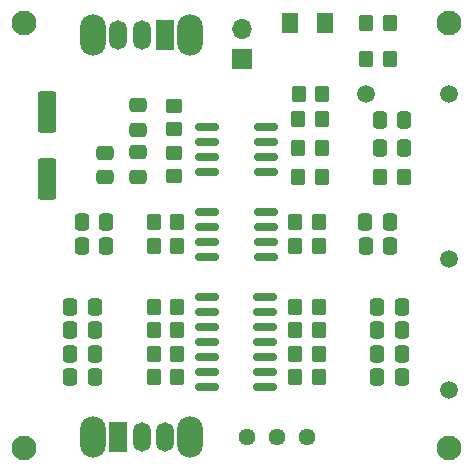
<source format=gts>
%TF.GenerationSoftware,KiCad,Pcbnew,8.0.2*%
%TF.CreationDate,2025-06-15T12:49:30+05:30*%
%TF.ProjectId,final schematics,66696e61-6c20-4736-9368-656d61746963,1.0*%
%TF.SameCoordinates,Original*%
%TF.FileFunction,Soldermask,Top*%
%TF.FilePolarity,Negative*%
%FSLAX46Y46*%
G04 Gerber Fmt 4.6, Leading zero omitted, Abs format (unit mm)*
G04 Created by KiCad (PCBNEW 8.0.2) date 2025-06-15 12:49:30*
%MOMM*%
%LPD*%
G01*
G04 APERTURE LIST*
G04 Aperture macros list*
%AMRoundRect*
0 Rectangle with rounded corners*
0 $1 Rounding radius*
0 $2 $3 $4 $5 $6 $7 $8 $9 X,Y pos of 4 corners*
0 Add a 4 corners polygon primitive as box body*
4,1,4,$2,$3,$4,$5,$6,$7,$8,$9,$2,$3,0*
0 Add four circle primitives for the rounded corners*
1,1,$1+$1,$2,$3*
1,1,$1+$1,$4,$5*
1,1,$1+$1,$6,$7*
1,1,$1+$1,$8,$9*
0 Add four rect primitives between the rounded corners*
20,1,$1+$1,$2,$3,$4,$5,0*
20,1,$1+$1,$4,$5,$6,$7,0*
20,1,$1+$1,$6,$7,$8,$9,0*
20,1,$1+$1,$8,$9,$2,$3,0*%
G04 Aperture macros list end*
%ADD10RoundRect,0.150000X-0.825000X-0.150000X0.825000X-0.150000X0.825000X0.150000X-0.825000X0.150000X0*%
%ADD11RoundRect,0.250000X0.350000X0.450000X-0.350000X0.450000X-0.350000X-0.450000X0.350000X-0.450000X0*%
%ADD12RoundRect,0.250000X0.337500X0.475000X-0.337500X0.475000X-0.337500X-0.475000X0.337500X-0.475000X0*%
%ADD13O,2.200000X3.500000*%
%ADD14R,1.500000X2.500000*%
%ADD15O,1.500000X2.500000*%
%ADD16RoundRect,0.250000X-0.350000X-0.450000X0.350000X-0.450000X0.350000X0.450000X-0.350000X0.450000X0*%
%ADD17RoundRect,0.250000X-0.475000X0.337500X-0.475000X-0.337500X0.475000X-0.337500X0.475000X0.337500X0*%
%ADD18R,1.700000X1.700000*%
%ADD19O,1.700000X1.700000*%
%ADD20RoundRect,0.250000X-0.337500X-0.475000X0.337500X-0.475000X0.337500X0.475000X-0.337500X0.475000X0*%
%ADD21RoundRect,0.250000X0.475000X-0.337500X0.475000X0.337500X-0.475000X0.337500X-0.475000X-0.337500X0*%
%ADD22C,1.440000*%
%ADD23C,2.100000*%
%ADD24RoundRect,0.250000X0.450000X-0.350000X0.450000X0.350000X-0.450000X0.350000X-0.450000X-0.350000X0*%
%ADD25RoundRect,0.250001X-0.462499X-0.624999X0.462499X-0.624999X0.462499X0.624999X-0.462499X0.624999X0*%
%ADD26RoundRect,0.250000X-0.550000X1.500000X-0.550000X-1.500000X0.550000X-1.500000X0.550000X1.500000X0*%
%ADD27C,1.500000*%
G04 APERTURE END LIST*
D10*
%TO.C,U3*%
X137550000Y-94978750D03*
X137550000Y-96248750D03*
X137550000Y-97518750D03*
X137550000Y-98788750D03*
X142500000Y-98788750D03*
X142500000Y-97518750D03*
X142500000Y-96248750D03*
X142500000Y-94978750D03*
%TD*%
D11*
%TO.C,R3*%
X153000000Y-79000000D03*
X151000000Y-79000000D03*
%TD*%
D12*
%TO.C,C13*%
X154214208Y-87179702D03*
X152139208Y-87179702D03*
%TD*%
D13*
%TO.C,PSWT*%
X136100000Y-80000000D03*
X127900000Y-80000000D03*
D14*
X134000000Y-80000000D03*
D15*
X132000000Y-80000000D03*
X130000000Y-80000000D03*
%TD*%
D16*
%TO.C,R4*%
X151000000Y-82000000D03*
X153000000Y-82000000D03*
%TD*%
%TO.C,R21*%
X152176708Y-92000000D03*
X154176708Y-92000000D03*
%TD*%
%TO.C,R20*%
X145260200Y-92000000D03*
X147260200Y-92000000D03*
%TD*%
D17*
%TO.C,C4*%
X128916705Y-89962500D03*
X128916705Y-92037500D03*
%TD*%
D16*
%TO.C,R17*%
X133000000Y-107000000D03*
X135000000Y-107000000D03*
%TD*%
D11*
%TO.C,R18*%
X147000000Y-109000000D03*
X145000000Y-109000000D03*
%TD*%
D18*
%TO.C,BAT*%
X140444205Y-82000000D03*
D19*
X140444205Y-79460000D03*
%TD*%
D20*
%TO.C,C5*%
X126925000Y-95857500D03*
X129000000Y-95857500D03*
%TD*%
D12*
%TO.C,C7*%
X128997404Y-97897058D03*
X126922404Y-97897058D03*
%TD*%
D13*
%TO.C,MSWT*%
X127900000Y-114000000D03*
X136100000Y-114000000D03*
D14*
X130000000Y-114000000D03*
D15*
X132000000Y-114000000D03*
X134000000Y-114000000D03*
%TD*%
D21*
%TO.C,C2*%
X131689494Y-92020925D03*
X131689494Y-89945925D03*
%TD*%
D11*
%TO.C,R9*%
X135000000Y-103000000D03*
X133000000Y-103000000D03*
%TD*%
%TO.C,R12*%
X147000000Y-103000000D03*
X145000000Y-103000000D03*
%TD*%
D16*
%TO.C,R7*%
X133000000Y-97827500D03*
X135000000Y-97827500D03*
%TD*%
D11*
%TO.C,R11*%
X135000000Y-105000000D03*
X133000000Y-105000000D03*
%TD*%
D22*
%TO.C,POT*%
X146000000Y-114000000D03*
X143460000Y-114000000D03*
X140920000Y-114000000D03*
%TD*%
D21*
%TO.C,C3*%
X131689494Y-88020925D03*
X131689494Y-85945925D03*
%TD*%
D10*
%TO.C,U2*%
X137525000Y-102190000D03*
X137525000Y-103460000D03*
X137525000Y-104730000D03*
X137525000Y-106000000D03*
X137525000Y-107270000D03*
X137525000Y-108540000D03*
X137525000Y-109810000D03*
X142475000Y-109810000D03*
X142475000Y-108540000D03*
X142475000Y-107270000D03*
X142475000Y-106000000D03*
X142475000Y-104730000D03*
X142475000Y-103460000D03*
X142475000Y-102190000D03*
%TD*%
D16*
%TO.C,R5*%
X133000000Y-95827500D03*
X135000000Y-95827500D03*
%TD*%
D23*
%TO.C,H4*%
X122000000Y-115000000D03*
%TD*%
D12*
%TO.C,C11*%
X128037500Y-105000000D03*
X125962500Y-105000000D03*
%TD*%
D16*
%TO.C,R16*%
X145281109Y-84987783D03*
X147281109Y-84987783D03*
%TD*%
%TO.C,R8*%
X145000000Y-97827500D03*
X147000000Y-97827500D03*
%TD*%
D20*
%TO.C,C17*%
X151925000Y-107000000D03*
X154000000Y-107000000D03*
%TD*%
D23*
%TO.C,H1*%
X122000000Y-79000000D03*
%TD*%
D20*
%TO.C,C9*%
X125962500Y-103000000D03*
X128037500Y-103000000D03*
%TD*%
D12*
%TO.C,C8*%
X153037500Y-97827500D03*
X150962500Y-97827500D03*
%TD*%
D20*
%TO.C,C18*%
X152139208Y-89604851D03*
X154214208Y-89604851D03*
%TD*%
D23*
%TO.C,H2*%
X158000000Y-79000000D03*
%TD*%
D16*
%TO.C,R6*%
X145000000Y-95827500D03*
X147000000Y-95827500D03*
%TD*%
D24*
%TO.C,R1*%
X134689494Y-91983425D03*
X134689494Y-89983425D03*
%TD*%
D12*
%TO.C,C12*%
X154000000Y-103000000D03*
X151925000Y-103000000D03*
%TD*%
D16*
%TO.C,R19*%
X145260200Y-89574851D03*
X147260200Y-89574851D03*
%TD*%
D10*
%TO.C,U1*%
X137550000Y-87767500D03*
X137550000Y-89037500D03*
X137550000Y-90307500D03*
X137550000Y-91577500D03*
X142500000Y-91577500D03*
X142500000Y-90307500D03*
X142500000Y-89037500D03*
X142500000Y-87767500D03*
%TD*%
D11*
%TO.C,R10*%
X147000000Y-105000000D03*
X145000000Y-105000000D03*
%TD*%
D25*
%TO.C,D1*%
X144512500Y-79000000D03*
X147487500Y-79000000D03*
%TD*%
D11*
%TO.C,R15*%
X147000000Y-107000000D03*
X145000000Y-107000000D03*
%TD*%
D12*
%TO.C,C10*%
X154000000Y-105000000D03*
X151925000Y-105000000D03*
%TD*%
D16*
%TO.C,R14*%
X133000000Y-109000000D03*
X135000000Y-109000000D03*
%TD*%
D20*
%TO.C,C15*%
X151925000Y-109000000D03*
X154000000Y-109000000D03*
%TD*%
D26*
%TO.C,C1*%
X124000000Y-86558818D03*
X124000000Y-92158818D03*
%TD*%
D24*
%TO.C,R2*%
X134689494Y-87983425D03*
X134689494Y-85983425D03*
%TD*%
D20*
%TO.C,C6*%
X150925000Y-95827500D03*
X153000000Y-95827500D03*
%TD*%
%TO.C,C14*%
X125962500Y-107000000D03*
X128037500Y-107000000D03*
%TD*%
D23*
%TO.C,H3*%
X158000000Y-115000000D03*
%TD*%
D12*
%TO.C,C16*%
X128037500Y-109000000D03*
X125962500Y-109000000D03*
%TD*%
D11*
%TO.C,R13*%
X147260200Y-87149702D03*
X145260200Y-87149702D03*
%TD*%
D27*
%TO.C,Listen*%
X158000000Y-99000000D03*
%TD*%
%TO.C,Record*%
X158000000Y-110050000D03*
%TD*%
%TO.C,AFE in*%
X158000000Y-85000000D03*
X151000000Y-85000000D03*
%TD*%
M02*

</source>
